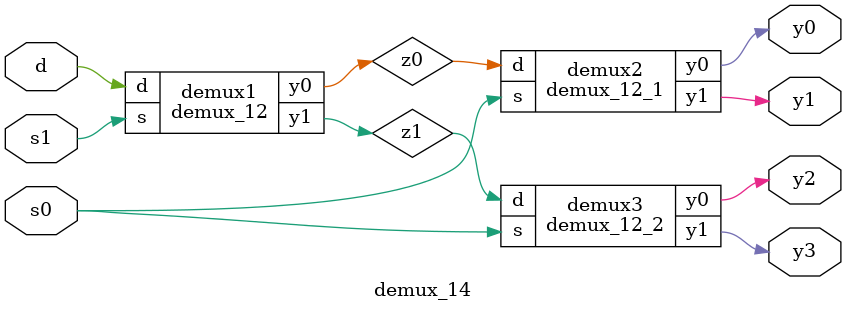
<source format=v>
/*
###############################################################
#  Generated by:      Cadence Innovus 16.21-s078_1
#  OS:                Linux x86_64(Host ID client02)
#  Generated on:      Tue Sep 10 00:48:06 2019
#  Design:            demux_14
#  Command:           saveNetlist demux_14_inno_netlist.v
###############################################################
*/
// Generated by Cadence Genus(TM) Synthesis Solution 16.21-s018_1
// Generated on: Sep  8 2019 18:58:29 IST (Sep  8 2019 13:28:29 UTC)
// Verification Directory fv/demux_14 
module demux_12 (
	s, 
	d, 
	y0, 
	y1);
   input s;
   input d;
   output y0;
   output y1;

   NOR2BXL g17 (.AN(d),
	.B(s),
	.Y(y0));
   AND2X1 g18 (.A(d),
	.B(s),
	.Y(y1));
endmodule

module demux_12_1 (
	s, 
	d, 
	y0, 
	y1);
   input s;
   input d;
   output y0;
   output y1;

   NOR2BXL g17 (.AN(d),
	.B(s),
	.Y(y0));
   AND2XL g18 (.A(s),
	.B(d),
	.Y(y1));
endmodule

module demux_12_2 (
	s, 
	d, 
	y0, 
	y1);
   input s;
   input d;
   output y0;
   output y1;

   NOR2BXL g17 (.AN(d),
	.B(s),
	.Y(y0));
   AND2XL g18 (.A(s),
	.B(d),
	.Y(y1));
endmodule

module demux_14 (
	d, 
	s0, 
	s1, 
	y0, 
	y1, 
	y2, 
	y3);
   input d;
   input s0;
   input s1;
   output y0;
   output y1;
   output y2;
   output y3;

   // Internal wires
   wire z0;
   wire z1;

   demux_12 demux1 (.s(s1),
	.d(d),
	.y0(z0),
	.y1(z1));
   demux_12_1 demux2 (.s(s0),
	.d(z0),
	.y0(y0),
	.y1(y1));
   demux_12_2 demux3 (.s(s0),
	.d(z1),
	.y0(y2),
	.y1(y3));
endmodule


</source>
